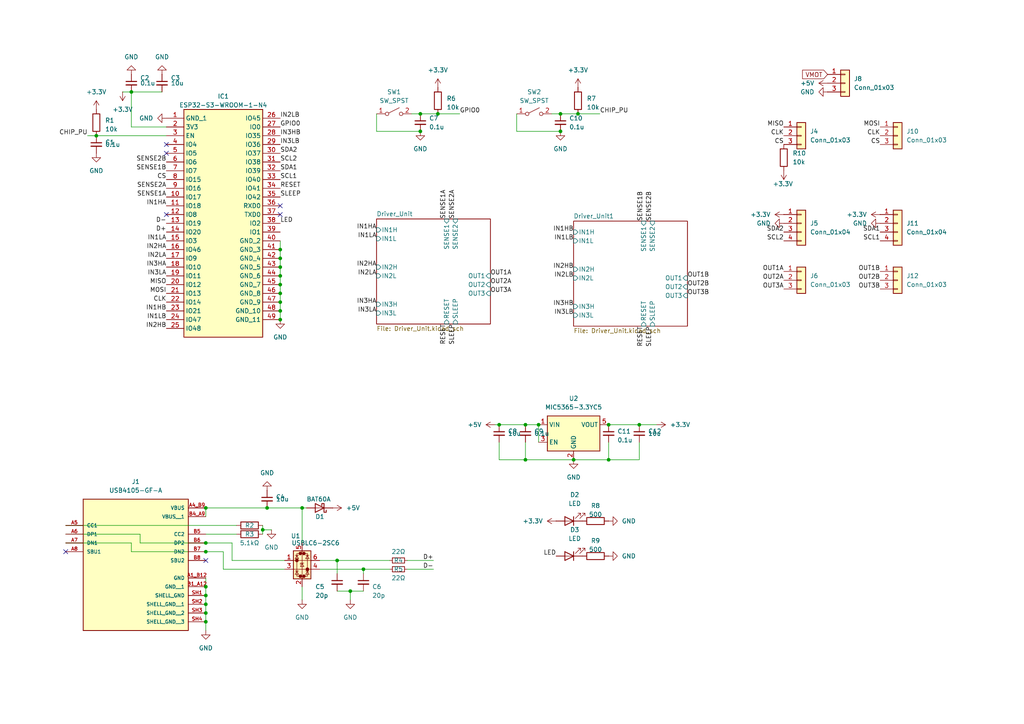
<source format=kicad_sch>
(kicad_sch (version 20250114) (generator "eeschema") (generator_version "9.0")
  (paper "A4")
  (lib_symbols
    (symbol "+3.3V_1" (power) (pin_numbers (hide yes)) (pin_names (offset 0) (hide yes))
      (property "Value" "+3.3V" (at 0 3.556 0))
      (symbol "+3.3V_1_0_1"
        (polyline (pts (xy -0.762 1.27) (xy 0 2.54)))
        (polyline (pts (xy 0 2.54) (xy 0.762 1.27)))
        (polyline (pts (xy 0 0) (xy 0 2.54)))
      )
      (symbol "+3.3V_1_1_1"
        (pin power_in line (at 0 0 90) (length 0) (name "~") (number "1"))
      )
    )
    (symbol "Connector_Generic:Conn_01x03" (pin_names (offset 1.016) (hide yes))
      (property "Reference" "J" (at 0 5.08 0))
      (property "Value" "Conn_01x03" (at 0 -5.08 0))
      (symbol "Conn_01x03_1_1"
        (rectangle (start -1.27 3.81) (end 1.27 -3.81) (stroke (width 0.254)) (fill (type background)))
        (rectangle (start -1.27 2.667) (end 0 2.413) (stroke (width 0.1524)))
        (rectangle (start -1.27 0.127) (end 0 -0.127) (stroke (width 0.1524)))
        (rectangle (start -1.27 -2.413) (end 0 -2.667) (stroke (width 0.1524)))
        (pin passive line (at -5.08 2.54 0) (length 3.81) (name "Pin_1") (number "1"))
        (pin passive line (at -5.08 0 0) (length 3.81) (name "Pin_2") (number "2"))
        (pin passive line (at -5.08 -2.54 0) (length 3.81) (name "Pin_3") (number "3"))
      )
    )
    (symbol "Connector_Generic:Conn_01x04" (pin_names (offset 1.016) (hide yes))
      (property "Reference" "J" (at 0 5.08 0))
      (property "Value" "Conn_01x04" (at 0 -7.62 0))
      (symbol "Conn_01x04_1_1"
        (rectangle (start -1.27 3.81) (end 1.27 -6.35) (stroke (width 0.254)) (fill (type background)))
        (rectangle (start -1.27 2.667) (end 0 2.413) (stroke (width 0.1524)))
        (rectangle (start -1.27 0.127) (end 0 -0.127) (stroke (width 0.1524)))
        (rectangle (start -1.27 -2.413) (end 0 -2.667) (stroke (width 0.1524)))
        (rectangle (start -1.27 -4.953) (end 0 -5.207) (stroke (width 0.1524)))
        (pin passive line (at -5.08 2.54 0) (length 3.81) (name "Pin_1") (number "1"))
        (pin passive line (at -5.08 0 0) (length 3.81) (name "Pin_2") (number "2"))
        (pin passive line (at -5.08 -2.54 0) (length 3.81) (name "Pin_3") (number "3"))
        (pin passive line (at -5.08 -5.08 0) (length 3.81) (name "Pin_4") (number "4"))
      )
    )
    (symbol "Device:C_Small" (pin_numbers (hide yes)) (pin_names (offset 0.254) (hide yes))
      (property "Reference" "C" (at 0.254 1.778 0))
      (property "Value" "C_Small" (at 0.254 -2.032 0))
      (symbol "C_Small_0_1"
        (polyline (pts (xy -1.524 0.508) (xy 1.524 0.508)) (stroke (width 0.3048)))
        (polyline (pts (xy -1.524 -0.508) (xy 1.524 -0.508)) (stroke (width 0.3302)))
      )
      (symbol "C_Small_1_1"
        (pin passive line (at 0 2.54 270) (length 2.032) (name "~") (number "1"))
        (pin passive line (at 0 -2.54 90) (length 2.032) (name "~") (number "2"))
      )
    )
    (symbol "Device:LED" (pin_numbers (hide yes)) (pin_names (offset 1.016) (hide yes))
      (property "Reference" "D" (at 0 2.54 0))
      (property "Value" "LED" (at 0 -2.54 0))
      (symbol "LED_0_1"
        (polyline (pts (xy -3.048 -0.762) (xy -4.572 -2.286) (xy -3.81 -2.286) (xy -4.572 -2.286) (xy -4.572 -1.524)))
        (polyline (pts (xy -1.778 -0.762) (xy -3.302 -2.286) (xy -2.54 -2.286) (xy -3.302 -2.286) (xy -3.302 -1.524)))
        (polyline (pts (xy -1.27 0) (xy 1.27 0)))
        (polyline (pts (xy -1.27 -1.27) (xy -1.27 1.27)) (stroke (width 0.254)))
        (polyline (pts (xy 1.27 -1.27) (xy 1.27 1.27) (xy -1.27 0) (xy 1.27 -1.27)) (stroke (width 0.254)))
      )
      (symbol "LED_1_1"
        (pin passive line (at -3.81 0 0) (length 2.54) (name "K") (number "1"))
        (pin passive line (at 3.81 0 180) (length 2.54) (name "A") (number "2"))
      )
    )
    (symbol "Device:R" (pin_numbers (hide yes)) (pin_names (offset 0))
      (property "Reference" "R" (at 2.032 0 90))
      (property "Value" "R" (at 0 0 90))
      (symbol "R_0_1"
        (rectangle (start -1.016 -2.54) (end 1.016 2.54) (stroke (width 0.254)))
      )
      (symbol "R_1_1"
        (pin passive line (at 0 3.81 270) (length 1.27) (name "~") (number "1"))
        (pin passive line (at 0 -3.81 90) (length 1.27) (name "~") (number "2"))
      )
    )
    (symbol "Device:R_Small" (pin_numbers (hide yes)) (pin_names (offset 0.254) (hide yes))
      (property "Reference" "R" (at 0 0 90))
      (property "Value" "R_Small" (at 1.778 0 90))
      (symbol "R_Small_0_1"
        (rectangle (start -0.762 1.778) (end 0.762 -1.778) (stroke (width 0.2032)))
      )
      (symbol "R_Small_1_1"
        (pin passive line (at 0 2.54 270) (length 0.762) (name "~") (number "1"))
        (pin passive line (at 0 -2.54 90) (length 0.762) (name "~") (number "2"))
      )
    )
    (symbol "Diode:BAT60A" (pin_numbers (hide yes)) (pin_names (offset 1.016) (hide yes))
      (property "Reference" "D" (at 0 2.54 0))
      (property "Value" "BAT60A" (at 0 -2.54 0))
      (symbol "BAT60A_0_1"
        (polyline (pts (xy -1.905 0.635) (xy -1.905 1.27) (xy -1.27 1.27) (xy -1.27 -1.27) (xy -0.635 -1.27) (xy -0.635 -0.635)) (stroke (width 0.254)))
        (polyline (pts (xy 1.27 1.27) (xy 1.27 -1.27) (xy -1.27 0) (xy 1.27 1.27)) (stroke (width 0.254)))
        (polyline (pts (xy 1.27 0) (xy -1.27 0)))
      )
      (symbol "BAT60A_1_1"
        (pin passive line (at -3.81 0 0) (length 2.54) (name "K") (number "1"))
        (pin passive line (at 3.81 0 180) (length 2.54) (name "A") (number "2"))
      )
    )
    (symbol "ESP32-S3-WROOM-1-N4:ESP32-S3-WROOM-1-N4"
      (property "Reference" "IC" (at 29.21 7.62 0))
      (property "Value" "ESP32-S3-WROOM-1-N4" (at 29.21 5.08 0))
      (symbol "ESP32-S3-WROOM-1-N4_1_1"
        (rectangle (start 5.08 2.54) (end 27.94 -63.5) (stroke (width 0.254)) (fill (type background)))
        (pin passive line (at 0 0 0) (length 5.08) (name "GND_1") (number "1"))
        (pin passive line (at 0 -2.54 0) (length 5.08) (name "3V3") (number "2"))
        (pin passive line (at 0 -5.08 0) (length 5.08) (name "EN") (number "3"))
        (pin passive line (at 0 -7.62 0) (length 5.08) (name "IO4") (number "4"))
        (pin passive line (at 0 -10.16 0) (length 5.08) (name "IO5") (number "5"))
        (pin passive line (at 0 -12.7 0) (length 5.08) (name "IO6") (number "6"))
        (pin passive line (at 0 -15.24 0) (length 5.08) (name "IO7") (number "7"))
        (pin passive line (at 0 -17.78 0) (length 5.08) (name "IO15") (number "8"))
        (pin passive line (at 0 -20.32 0) (length 5.08) (name "IO16") (number "9"))
        (pin passive line (at 0 -22.86 0) (length 5.08) (name "IO17") (number "10"))
        (pin passive line (at 0 -25.4 0) (length 5.08) (name "IO18") (number "11"))
        (pin passive line (at 0 -27.94 0) (length 5.08) (name "IO8") (number "12"))
        (pin passive line (at 0 -30.48 0) (length 5.08) (name "IO19") (number "13"))
        (pin passive line (at 0 -33.02 0) (length 5.08) (name "IO20") (number "14"))
        (pin passive line (at 0 -35.56 0) (length 5.08) (name "IO3") (number "15"))
        (pin passive line (at 0 -38.1 0) (length 5.08) (name "IO46") (number "16"))
        (pin passive line (at 0 -40.64 0) (length 5.08) (name "IO9") (number "17"))
        (pin passive line (at 0 -43.18 0) (length 5.08) (name "IO10") (number "18"))
        (pin passive line (at 0 -45.72 0) (length 5.08) (name "IO11") (number "19"))
        (pin passive line (at 0 -48.26 0) (length 5.08) (name "IO12") (number "20"))
        (pin passive line (at 0 -50.8 0) (length 5.08) (name "IO13") (number "21"))
        (pin passive line (at 0 -53.34 0) (length 5.08) (name "IO14") (number "22"))
        (pin passive line (at 0 -55.88 0) (length 5.08) (name "IO21") (number "23"))
        (pin passive line (at 0 -58.42 0) (length 5.08) (name "IO47") (number "24"))
        (pin passive line (at 0 -60.96 0) (length 5.08) (name "IO48") (number "25"))
        (pin passive line (at 33.02 0 180) (length 5.08) (name "IO45") (number "26"))
        (pin passive line (at 33.02 -2.54 180) (length 5.08) (name "IO0") (number "27"))
        (pin passive line (at 33.02 -5.08 180) (length 5.08) (name "IO35") (number "28"))
        (pin passive line (at 33.02 -7.62 180) (length 5.08) (name "IO36") (number "29"))
        (pin passive line (at 33.02 -10.16 180) (length 5.08) (name "IO37") (number "30"))
        (pin passive line (at 33.02 -12.7 180) (length 5.08) (name "IO38") (number "31"))
        (pin passive line (at 33.02 -15.24 180) (length 5.08) (name "IO39") (number "32"))
        (pin passive line (at 33.02 -17.78 180) (length 5.08) (name "IO40") (number "33"))
        (pin passive line (at 33.02 -20.32 180) (length 5.08) (name "IO41") (number "34"))
        (pin passive line (at 33.02 -22.86 180) (length 5.08) (name "IO42") (number "35"))
        (pin passive line (at 33.02 -25.4 180) (length 5.08) (name "RXD0") (number "36"))
        (pin passive line (at 33.02 -27.94 180) (length 5.08) (name "TXD0") (number "37"))
        (pin passive line (at 33.02 -30.48 180) (length 5.08) (name "IO2") (number "38"))
        (pin passive line (at 33.02 -33.02 180) (length 5.08) (name "IO1") (number "39"))
        (pin passive line (at 33.02 -35.56 180) (length 5.08) (name "GND_2") (number "40"))
        (pin passive line (at 33.02 -38.1 180) (length 5.08) (name "GND_3") (number "41"))
        (pin passive line (at 33.02 -40.64 180) (length 5.08) (name "GND_4") (number "42"))
        (pin passive line (at 33.02 -43.18 180) (length 5.08) (name "GND_5") (number "43"))
        (pin passive line (at 33.02 -45.72 180) (length 5.08) (name "GND_6") (number "44"))
        (pin passive line (at 33.02 -48.26 180) (length 5.08) (name "GND_7") (number "45"))
        (pin passive line (at 33.02 -50.8 180) (length 5.08) (name "GND_8") (number "46"))
        (pin passive line (at 33.02 -53.34 180) (length 5.08) (name "GND_9") (number "47"))
        (pin passive line (at 33.02 -55.88 180) (length 5.08) (name "GND_10") (number "48"))
        (pin passive line (at 33.02 -58.42 180) (length 5.08) (name "GND_11") (number "49"))
      )
    )
    (symbol "GND_1" (power) (pin_numbers (hide yes)) (pin_names (offset 0) (hide yes))
      (property "Value" "GND" (at 0 -3.81 0))
      (symbol "GND_1_0_1"
        (polyline (pts (xy 0 0) (xy 0 -1.27) (xy 1.27 -1.27) (xy 0 -2.54) (xy -1.27 -1.27) (xy 0 -1.27)))
      )
      (symbol "GND_1_1_1"
        (pin power_in line (at 0 0 270) (length 0) (name "~") (number "1"))
      )
    )
    (symbol "GND_2" (power) (pin_numbers (hide yes)) (pin_names (offset 0) (hide yes))
      (property "Value" "GND" (at 0 -3.81 0))
      (symbol "GND_2_0_1"
        (polyline (pts (xy 0 0) (xy 0 -1.27) (xy 1.27 -1.27) (xy 0 -2.54) (xy -1.27 -1.27) (xy 0 -1.27)))
      )
      (symbol "GND_2_1_1"
        (pin power_in line (at 0 0 270) (length 0) (name "~") (number "1"))
      )
    )
    (symbol "GND_3" (power) (pin_numbers (hide yes)) (pin_names (offset 0) (hide yes))
      (property "Value" "GND" (at 0 -3.81 0))
      (symbol "GND_3_0_1"
        (polyline (pts (xy 0 0) (xy 0 -1.27) (xy 1.27 -1.27) (xy 0 -2.54) (xy -1.27 -1.27) (xy 0 -1.27)))
      )
      (symbol "GND_3_1_1"
        (pin power_in line (at 0 0 270) (length 0) (name "~") (number "1"))
      )
    )
    (symbol "GND_4" (power) (pin_numbers (hide yes)) (pin_names (offset 0) (hide yes))
      (property "Value" "GND" (at 0 -3.81 0))
      (symbol "GND_4_0_1"
        (polyline (pts (xy 0 0) (xy 0 -1.27) (xy 1.27 -1.27) (xy 0 -2.54) (xy -1.27 -1.27) (xy 0 -1.27)))
      )
      (symbol "GND_4_1_1"
        (pin power_in line (at 0 0 270) (length 0) (name "~") (number "1"))
      )
    )
    (symbol "MIC5365-3.3YC5_1"
      (property "Reference" "U" (at -6.35 6.35 0))
      (property "Value" "MIC5365-3.3YC5" (at 0 6.35 0))
      (symbol "MIC5365-3.3YC5_1_0_1"
        (rectangle (start -7.62 -5.08) (end 7.62 5.08) (stroke (width 0.254)) (fill (type background)))
      )
      (symbol "MIC5365-3.3YC5_1_1_1"
        (pin power_in line (at -10.16 2.54 0) (length 2.54) (name "VIN") (number "1"))
        (pin input line (at -10.16 -2.54 0) (length 2.54) (name "EN") (number "3"))
        (pin power_in line (at 0 -7.62 90) (length 2.54) (name "GND") (number "2"))
        (pin no_connect line (at 7.62 -2.54 180) (length 2.54) (hide yes) (name "NC") (number "4"))
        (pin power_out line (at 10.16 2.54 180) (length 2.54) (name "VOUT") (number "5"))
      )
    )
    (symbol "Power_Protection:USBLC6-2SC6" (pin_names (hide yes))
      (property "Reference" "U" (at 0.635 5.715 0))
      (property "Value" "USBLC6-2SC6" (at 0.635 3.81 0))
      (symbol "USBLC6-2SC6_0_0"
        (circle (center -1.524 0) (radius 0.0001) (stroke (width 0.508)))
        (circle (center -0.508 2.032) (radius 0.0001) (stroke (width 0.508)))
        (circle (center -0.508 -4.572) (radius 0.0001) (stroke (width 0.508)))
        (circle (center 0.508 2.032) (radius 0.0001) (stroke (width 0.508)))
        (circle (center 0.508 -4.572) (radius 0.0001) (stroke (width 0.508)))
        (circle (center 1.524 -2.54) (radius 0.0001) (stroke (width 0.508)))
      )
      (symbol "USBLC6-2SC6_0_1"
        (polyline (pts (xy -2.54 0) (xy 2.54 0)))
        (polyline (pts (xy -2.54 -2.54) (xy 2.54 -2.54)))
        (polyline (pts (xy -2.032 0.508) (xy -1.016 0.508) (xy -1.524 1.524) (xy -2.032 0.508)))
        (polyline (pts (xy -2.032 -3.048) (xy -1.016 -3.048)))
        (polyline (pts (xy -1.016 1.524) (xy -2.032 1.524)))
        (polyline (pts (xy -1.016 -4.064) (xy -2.032 -4.064) (xy -1.524 -3.048) (xy -1.016 -4.064)))
        (polyline (pts (xy -0.508 -1.143) (xy -0.508 -0.762) (xy 0.508 -0.762)))
        (polyline (pts (xy 0 2.54) (xy -0.508 2.032) (xy 0.508 2.032) (xy 0 1.524) (xy 0 -4.064) (xy -0.508 -4.572) (xy 0.508 -4.572) (xy 0 -5.08)))
        (polyline (pts (xy 0.508 -1.778) (xy -0.508 -1.778) (xy 0 -0.762) (xy 0.508 -1.778)))
        (polyline (pts (xy 1.016 1.524) (xy 2.032 1.524)))
        (polyline (pts (xy 1.016 -3.048) (xy 2.032 -3.048)))
        (polyline (pts (xy 2.032 0.508) (xy 1.016 0.508) (xy 1.524 1.524) (xy 2.032 0.508)))
        (polyline (pts (xy 2.032 -4.064) (xy 1.016 -4.064) (xy 1.524 -3.048) (xy 2.032 -4.064)))
      )
      (symbol "USBLC6-2SC6_1_1"
        (rectangle (start -2.54 2.794) (end 2.54 -5.334) (stroke (width 0.254)) (fill (type background)))
        (polyline (pts (xy -0.508 2.032) (xy -1.524 2.032) (xy -1.524 -4.572) (xy -0.508 -4.572)))
        (polyline (pts (xy 0.508 -4.572) (xy 1.524 -4.572) (xy 1.524 2.032) (xy 0.508 2.032)))
        (pin passive line (at -5.08 0 0) (length 2.54) (name "I/O1") (number "1"))
        (pin passive line (at -5.08 -2.54 0) (length 2.54) (name "I/O2") (number "3"))
        (pin passive line (at 0 5.08 270) (length 2.54) (name "VBUS") (number "5"))
        (pin passive line (at 0 -7.62 90) (length 2.54) (name "GND") (number "2"))
        (pin passive line (at 5.08 0 180) (length 2.54) (name "I/O1") (number "6"))
        (pin passive line (at 5.08 -2.54 180) (length 2.54) (name "I/O2") (number "4"))
      )
    )
    (symbol "Switch:SW_SPST" (pin_names (offset 0) (hide yes))
      (property "Reference" "SW" (at 0 3.175 0))
      (property "Value" "SW_SPST" (at 0 -2.54 0))
      (symbol "SW_SPST_0_0"
        (circle (center -2.032 0) (radius 0.508))
        (polyline (pts (xy -1.524 0.254) (xy 1.524 1.778)))
        (circle (center 2.032 0) (radius 0.508))
      )
      (symbol "SW_SPST_1_1"
        (pin passive line (at -5.08 0 0) (length 2.54) (name "A") (number "1"))
        (pin passive line (at 5.08 0 180) (length 2.54) (name "B") (number "2"))
      )
    )
    (symbol "USB4105-GF-A:USB4105-GF-A" (pin_names (offset 1.016))
      (property "Reference" "J" (at -15.24 13.97 0))
      (property "Value" "USB4105-GF-A" (at -15.24 -27.94 0))
      (symbol "USB4105-GF-A_0_0"
        (rectangle (start -15.24 -25.4) (end 15.24 12.7) (stroke (width 0.254)) (fill (type background)))
        (pin bidirectional line (at -20.32 5.08 0) (length 5.08) (name "CC1") (number "A5"))
        (pin bidirectional line (at -20.32 2.54 0) (length 5.08) (name "DP1") (number "A6"))
        (pin bidirectional line (at -20.32 0 0) (length 5.08) (name "DN1") (number "A7"))
        (pin bidirectional line (at -20.32 -2.54 0) (length 5.08) (name "SBU1") (number "A8"))
        (pin power_in line (at 20.32 10.16 180) (length 5.08) (name "VBUS") (number "A4_B9"))
        (pin power_in line (at 20.32 7.62 180) (length 5.08) (name "VBUS__1") (number "B4_A9"))
        (pin bidirectional line (at 20.32 2.54 180) (length 5.08) (name "CC2") (number "B5"))
        (pin bidirectional line (at 20.32 0 180) (length 5.08) (name "DP2") (number "B6"))
        (pin bidirectional line (at 20.32 -2.54 180) (length 5.08) (name "DN2") (number "B7"))
        (pin bidirectional line (at 20.32 -5.08 180) (length 5.08) (name "SBU2") (number "B8"))
        (pin power_in line (at 20.32 -10.16 180) (length 5.08) (name "GND") (number "A1_B12"))
        (pin power_in line (at 20.32 -12.7 180) (length 5.08) (name "GND__1") (number "B1_A12"))
        (pin power_in line (at 20.32 -15.24 180) (length 5.08) (name "SHELL_GND") (number "SH1"))
        (pin power_in line (at 20.32 -17.78 180) (length 5.08) (name "SHELL_GND__1") (number "SH2"))
        (pin power_in line (at 20.32 -20.32 180) (length 5.08) (name "SHELL_GND__2") (number "SH3"))
        (pin power_in line (at 20.32 -22.86 180) (length 5.08) (name "SHELL_GND__3") (number "SH4"))
      )
    )
    (symbol "power:+3.3V" (power) (pin_numbers (hide yes)) (pin_names (offset 0) (hide yes))
      (property "Value" "+3.3V" (at 0 3.556 0))
      (symbol "+3.3V_0_1"
        (polyline (pts (xy -0.762 1.27) (xy 0 2.54)))
        (polyline (pts (xy 0 2.54) (xy 0.762 1.27)))
        (polyline (pts (xy 0 0) (xy 0 2.54)))
      )
      (symbol "+3.3V_1_1"
        (pin power_in line (at 0 0 90) (length 0) (name "~") (number "1"))
      )
    )
    (symbol "power:+5V" (power) (pin_numbers (hide yes)) (pin_names (offset 0) (hide yes))
      (property "Value" "+5V" (at 0 3.556 0))
      (symbol "+5V_0_1"
        (polyline (pts (xy -0.762 1.27) (xy 0 2.54)))
        (polyline (pts (xy 0 2.54) (xy 0.762 1.27)))
        (polyline (pts (xy 0 0) (xy 0 2.54)))
      )
      (symbol "+5V_1_1"
        (pin power_in line (at 0 0 90) (length 0) (name "~") (number "1"))
      )
    )
    (symbol "power:GND" (power) (pin_numbers (hide yes)) (pin_names (offset 0) (hide yes))
      (property "Value" "GND" (at 0 -3.81 0))
      (symbol "GND_0_1"
        (polyline (pts (xy 0 0) (xy 0 -1.27) (xy 1.27 -1.27) (xy 0 -2.54) (xy -1.27 -1.27) (xy 0 -1.27)))
      )
      (symbol "GND_1_1"
        (pin power_in line (at 0 0 270) (length 0) (name "~") (number "1"))
      )
    )
  )
  (junction (at 152.4 123.19))
  (junction (at 176.53 123.19))
  (junction (at 127 33.02))
  (junction (at 59.69 177.8))
  (junction (at 27.94 39.37))
  (junction (at 87.63 147.32))
  (junction (at 105.41 165.1))
  (junction (at 77.47 147.32))
  (junction (at 76.2 153.67))
  (junction (at 59.69 180.34))
  (junction (at 97.79 162.56))
  (junction (at 38.1 26.67))
  (junction (at 81.28 82.55))
  (junction (at 59.69 147.32))
  (junction (at 185.42 123.19))
  (junction (at 121.92 38.1))
  (junction (at 81.28 87.63))
  (junction (at 81.28 80.01))
  (junction (at 81.28 74.93))
  (junction (at 81.28 90.17))
  (junction (at 152.4 133.35))
  (junction (at 59.69 157.48))
  (junction (at 156.21 123.19))
  (junction (at 59.69 170.18))
  (junction (at 81.28 72.39))
  (junction (at 59.69 175.26))
  (junction (at 101.6 171.45))
  (junction (at 59.69 172.72))
  (junction (at 166.37 133.35))
  (junction (at 176.53 133.35))
  (junction (at 121.92 33.02))
  (junction (at 59.69 160.02))
  (junction (at 162.56 33.02))
  (junction (at 144.78 123.19))
  (junction (at 81.28 85.09))
  (junction (at 167.64 33.02))
  (junction (at 162.56 38.1))
  (junction (at 81.28 77.47))
  (junction (at 81.28 92.71))
  (no_connect (at 19.05 160.02))
  (no_connect (at 59.69 162.56))
  (no_connect (at 81.28 59.69))
  (no_connect (at 48.26 62.23))
  (no_connect (at 81.28 62.23))
  (no_connect (at 48.26 41.91))
  (no_connect (at 48.26 44.45))
  (wire (pts (xy 19.05 152.4) (xy 68.58 152.4)))
  (wire (pts (xy 119.38 33.02) (xy 121.92 33.02)))
  (wire (pts (xy 81.28 90.17) (xy 81.28 92.71)))
  (wire (pts (xy 81.28 77.47) (xy 81.28 80.01)))
  (wire (pts (xy 109.22 38.1) (xy 121.92 38.1)))
  (wire (pts (xy 40.64 154.94) (xy 40.64 157.48)))
  (wire (pts (xy 81.28 85.09) (xy 81.28 87.63)))
  (wire (pts (xy 77.47 147.32) (xy 87.63 147.32)))
  (wire (pts (xy 152.4 128.27) (xy 152.4 133.35)))
  (wire (pts (xy 105.41 165.1) (xy 113.03 165.1)))
  (wire (pts (xy 76.2 153.67) (xy 78.74 153.67)))
  (wire (pts (xy 59.69 147.32) (xy 77.47 147.32)))
  (wire (pts (xy 27.94 39.37) (xy 48.26 39.37)))
  (wire (pts (xy 92.71 162.56) (xy 97.79 162.56)))
  (wire (pts (xy 19.05 157.48) (xy 38.1 157.48)))
  (wire (pts (xy 97.79 162.56) (xy 113.03 162.56)))
  (wire (pts (xy 149.86 33.02) (xy 149.86 38.1)))
  (wire (pts (xy 81.28 80.01) (xy 81.28 82.55)))
  (wire (pts (xy 67.31 162.56) (xy 82.55 162.56)))
  (wire (pts (xy 87.63 147.32) (xy 87.63 157.48)))
  (wire (pts (xy 97.79 162.56) (xy 97.79 166.37)))
  (wire (pts (xy 176.53 123.19) (xy 185.42 123.19)))
  (wire (pts (xy 144.78 128.27) (xy 144.78 133.35)))
  (wire (pts (xy 144.78 133.35) (xy 152.4 133.35)))
  (wire (pts (xy 87.63 173.99) (xy 87.63 170.18)))
  (wire (pts (xy 185.42 123.19) (xy 190.5 123.19)))
  (wire (pts (xy 59.69 157.48) (xy 67.31 157.48)))
  (wire (pts (xy 81.28 82.55) (xy 81.28 85.09)))
  (wire (pts (xy 67.31 162.56) (xy 67.31 157.48)))
  (wire (pts (xy 162.56 33.02) (xy 167.64 33.02)))
  (wire (pts (xy 59.69 154.94) (xy 68.58 154.94)))
  (wire (pts (xy 76.2 153.67) (xy 76.2 154.94)))
  (wire (pts (xy 152.4 133.35) (xy 166.37 133.35)))
  (wire (pts (xy 105.41 165.1) (xy 105.41 166.37)))
  (wire (pts (xy 59.69 177.8) (xy 59.69 180.34)))
  (wire (pts (xy 25.4 39.37) (xy 27.94 39.37)))
  (wire (pts (xy 59.69 180.34) (xy 59.69 182.88)))
  (wire (pts (xy 87.63 147.32) (xy 88.9 147.32)))
  (wire (pts (xy 59.69 160.02) (xy 64.77 160.02)))
  (wire (pts (xy 149.86 38.1) (xy 162.56 38.1)))
  (wire (pts (xy 144.78 123.19) (xy 152.4 123.19)))
  (wire (pts (xy 59.69 175.26) (xy 59.69 177.8)))
  (wire (pts (xy 59.69 167.64) (xy 59.69 170.18)))
  (wire (pts (xy 35.56 26.67) (xy 38.1 26.67)))
  (wire (pts (xy 40.64 157.48) (xy 59.69 157.48)))
  (wire (pts (xy 38.1 160.02) (xy 59.69 160.02)))
  (wire (pts (xy 76.2 152.4) (xy 76.2 153.67)))
  (wire (pts (xy 38.1 36.83) (xy 48.26 36.83)))
  (wire (pts (xy 38.1 26.67) (xy 46.99 26.67)))
  (wire (pts (xy 64.77 165.1) (xy 82.55 165.1)))
  (wire (pts (xy 38.1 157.48) (xy 38.1 160.02)))
  (wire (pts (xy 19.05 154.94) (xy 40.64 154.94)))
  (wire (pts (xy 81.28 69.85) (xy 81.28 72.39)))
  (wire (pts (xy 81.28 74.93) (xy 81.28 77.47)))
  (wire (pts (xy 166.37 133.35) (xy 176.53 133.35)))
  (wire (pts (xy 64.77 165.1) (xy 64.77 160.02)))
  (wire (pts (xy 59.69 172.72) (xy 59.69 175.26)))
  (wire (pts (xy 92.71 165.1) (xy 105.41 165.1)))
  (wire (pts (xy 121.92 33.02) (xy 127 33.02)))
  (wire (pts (xy 143.51 123.19) (xy 144.78 123.19)))
  (wire (pts (xy 97.79 171.45) (xy 101.6 171.45)))
  (wire (pts (xy 59.69 170.18) (xy 59.69 172.72)))
  (wire (pts (xy 176.53 128.27) (xy 176.53 133.35)))
  (wire (pts (xy 118.11 165.1) (xy 125.73 165.1)))
  (wire (pts (xy 185.42 128.27) (xy 185.42 133.35)))
  (wire (pts (xy 118.11 162.56) (xy 125.73 162.56)))
  (wire (pts (xy 81.28 72.39) (xy 81.28 74.93)))
  (wire (pts (xy 152.4 123.19) (xy 156.21 123.19)))
  (wire (pts (xy 101.6 171.45) (xy 105.41 171.45)))
  (wire (pts (xy 101.6 171.45) (xy 101.6 173.99)))
  (wire (pts (xy 160.02 33.02) (xy 162.56 33.02)))
  (wire (pts (xy 176.53 133.35) (xy 185.42 133.35)))
  (wire (pts (xy 127 33.02) (xy 133.35 33.02)))
  (wire (pts (xy 38.1 26.67) (xy 38.1 36.83)))
  (wire (pts (xy 167.64 33.02) (xy 173.99 33.02)))
  (wire (pts (xy 59.69 147.32) (xy 59.69 149.86)))
  (wire (pts (xy 109.22 33.02) (xy 109.22 38.1)))
  (wire (pts (xy 156.21 123.19) (xy 156.21 128.27)))
  (wire (pts (xy 81.28 87.63) (xy 81.28 90.17)))
  (label "CS" (at 48.26 52.07 180))
  (label "CHIP_PU" (at 25.4 39.37 180))
  (label "SDA2" (at 81.28 44.45 0))
  (label "CS" (at 255.27 41.91 180))
  (label "D+" (at 125.73 162.56 180))
  (label "CS" (at 227.33 41.91 180))
  (label "IN1HB" (at 166.37 67.31 180))
  (label "D-" (at 48.26 64.77 180))
  (label "OUT1B" (at 255.27 78.74 180))
  (label "SENSE1A" (at 48.26 57.15 180))
  (label "OUT2A" (at 227.33 81.28 180))
  (label "SCL2" (at 81.28 46.99 0))
  (label "IN3HB" (at 166.37 88.9 180))
  (label "SENSE1B" (at 48.26 49.53 180))
  (label "SDA1" (at 255.27 67.31 180))
  (label "CLK" (at 48.26 87.63 180))
  (label "IN2LB" (at 166.37 80.645 180))
  (label "IN1LB" (at 166.37 69.85 180))
  (label "LED" (at 81.28 64.77 0))
  (label "SCL2" (at 227.33 69.85 180))
  (label "IN3HA" (at 48.26 77.47 180))
  (label "IN1HA" (at 109.22 66.675 180))
  (label "D+" (at 48.26 67.31 180))
  (label "IN2HA" (at 48.26 72.39 180))
  (label "GPIO0" (at 133.35 33.02 0))
  (label "IN2LB" (at 81.28 34.29 0))
  (label "IN3HA" (at 109.22 88.265 180))
  (label "IN2HA" (at 109.22 77.47 180))
  (label "LED" (at 161.29 161.29 180))
  (label "OUT3B" (at 199.39 85.725 0))
  (label "MOSI" (at 255.27 36.83 180))
  (label "IN1LA" (at 109.22 69.215 180))
  (label "CLK" (at 255.27 39.37 180))
  (label "CLK" (at 227.33 39.37 180))
  (label "SDA1" (at 81.28 49.53 0))
  (label "OUT1B" (at 199.39 80.645 0))
  (label "D-" (at 125.73 165.1 180))
  (label "IN2HB" (at 48.26 95.25 180))
  (label "IN1LB" (at 48.26 92.71 180))
  (label "SENSE2A" (at 48.26 54.61 180))
  (label "SENSE1A" (at 129.54 63.5 90))
  (label "OUT3A" (at 227.33 83.82 180))
  (label "IN1HB" (at 48.26 90.17 180))
  (label "SDA2" (at 227.33 67.31 180))
  (label "IN3LA" (at 48.26 80.01 180))
  (label "RESET" (at 81.28 54.61 0))
  (label "SCL1" (at 81.28 52.07 0))
  (label "RESET" (at 186.69 94.615 270))
  (label "IN2LA" (at 48.26 74.93 180))
  (label "OUT2B" (at 255.27 81.28 180))
  (label "SENSE2A" (at 132.08 63.5 90))
  (label "MOSI" (at 48.26 85.09 180))
  (label "SENSE2B" (at 48.26 46.99 180))
  (label "OUT2B" (at 199.39 83.185 0))
  (label "OUT2A" (at 142.24 82.55 0))
  (label "IN1HA" (at 48.26 59.69 180))
  (label "OUT3A" (at 142.24 85.09 0))
  (label "IN3LB" (at 81.28 41.91 0))
  (label "MISO" (at 227.33 36.83 180))
  (label "SLEEP" (at 189.23 94.615 270))
  (label "SENSE2B" (at 189.23 64.135 90))
  (label "SLEEP" (at 132.08 93.98 270))
  (label "OUT1A" (at 142.24 80.01 0))
  (label "OUT1A" (at 227.33 78.74 180))
  (label "SCL1" (at 255.27 69.85 180))
  (label "SLEEP" (at 81.28 57.15 0))
  (label "IN1LA" (at 48.26 69.85 180))
  (label "SENSE1B" (at 186.69 64.135 90))
  (label "MISO" (at 48.26 82.55 180))
  (label "IN2HB" (at 166.37 78.105 180))
  (label "IN3LB" (at 166.37 91.44 180))
  (label "OUT3B" (at 255.27 83.82 180))
  (label "CHIP_PU" (at 173.99 33.02 0))
  (label "IN2LA" (at 109.22 80.01 180))
  (label "RESET" (at 129.54 93.98 270))
  (label "GPIO0" (at 81.28 36.83 0))
  (label "IN3LA" (at 109.22 90.805 180))
  (label "IN3HB" (at 81.28 39.37 0))
  (global_label "VMOT" (shape input) (at 240.03 21.59 180) (property "Intersheetrefs" "${INTERSHEET_REFS}" (effects (hide yes))))
  (symbol (lib_id "Device:R") (at 172.72 151.13 90) (unit 1)
    (property "Reference" "R8" (at 172.72 146.685 90))
    (property "Value" "500" (at 172.72 149.225 90))
    (property "Footprint" "Resistor_SMD:R_0402_1005Metric" (effects (hide yes)))
  )
  (symbol (lib_id "power:+3.3V") (at 227.33 62.23 90) (unit 1)
    (property "Reference" "#PWR029" (effects (hide yes)))
    (property "Value" "+3.3V" (at 223.52 62.2299 90) (effects (justify left)))
    (property "Description" "Power symbol creates a global label with name \"+3.3V\"" (effects (hide yes)))
  )
  (symbol (lib_id "Device:R") (at 227.33 45.72 0) (unit 1)
    (property "Reference" "R10" (at 229.87 44.4499 0) (effects (justify left)))
    (property "Value" "10k" (at 229.87 46.9899 0) (effects (justify left)))
    (property "Footprint" "Resistor_SMD:R_0402_1005Metric" (effects (hide yes)))
    (property "Description" "Resistor" (effects (hide yes)))
  )
  (symbol (lib_id "Device:C_Small") (at 46.99 24.13 0) (unit 1)
    (property "Reference" "C3" (at 49.53 22.606 0) (effects (justify left)))
    (property "Value" "10u" (at 49.53 24.13 0) (effects (justify left)))
    (property "Footprint" "Capacitor_SMD:C_0805_2012Metric" (effects (hide yes)))
  )
  (symbol (lib_id "power:+5V") (at 240.03 24.13 90) (unit 1)
    (property "Reference" "#PWR031" (effects (hide yes)))
    (property "Value" "+5V" (at 236.22 24.1299 90) (effects (justify left)))
    (property "Description" "Power symbol creates a global label with name \"+5V\"" (effects (hide yes)))
  )
  (symbol (lib_id "Device:C_Small") (at 77.47 144.78 0) (unit 1)
    (property "Reference" "C4" (at 80.01 144.1513 0) (effects (justify left)))
    (property "Value" "10u" (at 80.01 144.78 0) (effects (justify left)))
    (property "Footprint" "Capacitor_SMD:C_0805_2012Metric" (effects (hide yes)))
  )
  (symbol (lib_id "Connector_Generic:Conn_01x03") (at 245.11 24.13 0) (unit 1)
    (property "Reference" "J8" (at 247.65 22.8599 0) (effects (justify left)))
    (property "Value" "Conn_01x03" (at 247.65 25.3999 0) (effects (justify left)))
    (property "Footprint" "Connector_PinHeader_2.54mm:PinHeader_1x03_P2.54mm_Vertical" (effects (hide yes)))
    (property "Description" "Generic connector, single row, 01x03, script generated (kicad-library-utils/schlib/autogen/connector/)" (effects (hide yes)))
  )
  (symbol (lib_id "Connector_Generic:Conn_01x03") (at 232.41 81.28 0) (unit 1)
    (property "Reference" "J6" (at 234.95 80.0099 0) (effects (justify left)))
    (property "Value" "Conn_01x03" (at 234.95 82.5499 0) (effects (justify left)))
    (property "Footprint" "Connector_PinHeader_2.54mm:PinHeader_1x03_P2.54mm_Vertical" (effects (hide yes)))
    (property "Description" "Generic connector, single row, 01x03, script generated (kicad-library-utils/schlib/autogen/connector/)" (effects (hide yes)))
  )
  (symbol (lib_id "Connector_Generic:Conn_01x03") (at 232.41 39.37 0) (unit 1)
    (property "Reference" "J4" (at 234.95 38.0999 0) (effects (justify left)))
    (property "Value" "Conn_01x03" (at 234.95 40.6399 0) (effects (justify left)))
    (property "Footprint" "Connector_PinHeader_2.54mm:PinHeader_1x03_P2.54mm_Vertical" (effects (hide yes)))
    (property "Description" "Generic connector, single row, 01x03, script generated (kicad-library-utils/schlib/autogen/connector/)" (effects (hide yes)))
  )
  (symbol (lib_name "GND_2") (lib_id "power:GND") (at 78.74 153.67 0) (unit 1)
    (property "Reference" "#PWR09" (effects (hide yes)))
    (property "Value" "GND" (at 78.74 158.75 0))
    (property "Description" "Power symbol creates a global label with name \"GND\" , ground" (effects (hide yes)))
  )
  (symbol (lib_id "Device:R") (at 127 29.21 0) (unit 1)
    (property "Reference" "R6" (at 129.54 28.575 0) (effects (justify left)))
    (property "Value" "10k" (at 129.54 31.115 0) (effects (justify left)))
    (property "Footprint" "Resistor_SMD:R_0402_1005Metric" (effects (hide yes)))
  )
  (symbol (lib_id "power:GND") (at 255.27 64.77 270) (unit 1)
    (property "Reference" "#PWR036" (effects (hide yes)))
    (property "Value" "GND" (at 251.46 64.7699 90) (effects (justify right)))
    (property "Description" "Power symbol creates a global label with name \"GND\" , ground" (effects (hide yes)))
  )
  (symbol (lib_id "power:+3.3V") (at 227.33 49.53 180) (unit 1)
    (property "Reference" "#PWR028" (effects (hide yes)))
    (property "Value" "+3.3V" (at 227.076 53.34 0))
    (property "Description" "Power symbol creates a global label with name \"+3.3V\"" (effects (hide yes)))
  )
  (symbol (lib_name "GND_1") (lib_id "power:GND") (at 81.28 92.71 0) (unit 1)
    (property "Reference" "#PWR010" (effects (hide yes)))
    (property "Value" "GND" (at 81.28 97.79 0))
    (property "Description" "Power symbol creates a global label with name \"GND\" , ground" (effects (hide yes)))
  )
  (symbol (lib_name "GND_1") (lib_id "power:GND") (at 38.1 21.59 180) (unit 1)
    (property "Reference" "#PWR04" (effects (hide yes)))
    (property "Value" "GND" (at 38.1 16.51 0))
    (property "Description" "Power symbol creates a global label with name \"GND\" , ground" (effects (hide yes)))
  )
  (symbol (lib_id "Device:C_Small") (at 38.1 24.13 0) (unit 1)
    (property "Reference" "C2" (at 40.64 22.606 0) (effects (justify left)))
    (property "Value" "0.1u" (at 40.64 24.13 0) (effects (justify left)))
    (property "Footprint" "Capacitor_SMD:C_0402_1005Metric" (effects (hide yes)))
  )
  (symbol (lib_id "USB4105-GF-A:USB4105-GF-A") (at 39.37 157.48 0) (unit 1)
    (property "Reference" "J1" (at 39.37 139.7 0))
    (property "Value" "USB4105-GF-A" (at 39.37 142.24 0))
    (property "Footprint" "Touchstone:GCT_USB4105-GF-A" (effects (hide yes)))
    (property "PARTREV" "B4" (effects (hide yes)))
    (property "STANDARD" "Manufacturer Recommendations" (effects (hide yes)))
    (property "MAXIMUM_PACKAGE_HEIGHT" "3.31 mm" (effects (hide yes)))
    (property "MANUFACTURER" "GCT" (effects (hide yes)))
  )
  (symbol (lib_id "Device:R") (at 167.64 29.21 0) (unit 1)
    (property "Reference" "R7" (at 170.18 28.575 0) (effects (justify left)))
    (property "Value" "10k" (at 170.18 31.115 0) (effects (justify left)))
    (property "Footprint" "Resistor_SMD:R_0402_1005Metric" (effects (hide yes)))
  )
  (symbol (lib_id "Device:R") (at 72.39 154.94 90) (unit 1)
    (property "Reference" "R3" (at 72.39 154.94 90))
    (property "Value" "5.1kΩ" (at 72.39 157.48 90))
    (property "Footprint" "Resistor_SMD:R_0402_1005Metric" (effects (hide yes)))
    (property "Description" "Resistor" (effects (hide yes)))
    (property "JLCPCB" "C23186" (effects (hide yes)))
    (property "LCSC" "C23186" (effects (hide yes)))
  )
  (symbol (lib_id "Power_Protection:USBLC6-2SC6") (at 87.63 162.56 0) (unit 1)
    (property "Reference" "U1" (at 87.122 155.448 0) (effects (justify right)))
    (property "Value" "USBLC6-2SC6" (at 98.552 157.48 0) (effects (justify right)))
    (property "Footprint" "Package_TO_SOT_SMD:SOT-23-6" (effects (hide yes)))
    (property "Datasheet" "https://www.st.com/resource/en/datasheet/usblc6-2.pdf" (effects (hide yes)))
    (property "Description" "Very low capacitance ESD protection diode, 2 data-line, SOT-23-6" (effects (hide yes)))
    (property "JLCPCB" "C2827654" (effects (hide yes)))
    (property "LCSC" "C2827654" (effects (hide yes)))
  )
  (symbol (lib_name "+3.3V_1") (lib_id "power:+3.3V") (at 161.29 151.13 90) (unit 1)
    (property "Reference" "#PWR017" (effects (hide yes)))
    (property "Value" "+3.3V" (at 157.48 151.1299 90) (effects (justify left)))
    (property "Description" "Power symbol creates a global label with name \"+3.3V\"" (effects (hide yes)))
  )
  (symbol (lib_id "Device:C_Small") (at 27.94 41.91 0) (unit 1)
    (property "Reference" "C1" (at 30.48 41.2813 0) (effects (justify left)))
    (property "Value" "0.1u" (at 30.48 41.91 0) (effects (justify left)))
    (property "Footprint" "Capacitor_SMD:C_0402_1005Metric" (effects (hide yes)))
  )
  (symbol (lib_id "Device:R") (at 27.94 35.56 0) (unit 1)
    (property "Reference" "R1" (at 30.48 34.925 0) (effects (justify left)))
    (property "Value" "10k" (at 30.48 37.465 0) (effects (justify left)))
    (property "Footprint" "Resistor_SMD:R_0402_1005Metric" (effects (hide yes)))
  )
  (symbol (lib_id "Device:R") (at 72.39 152.4 90) (unit 1)
    (property "Reference" "R2" (at 72.39 152.4 90))
    (property "Value" "5.1kΩ" (effects (hide yes)))
    (property "Footprint" "Resistor_SMD:R_0402_1005Metric" (effects (hide yes)))
    (property "Description" "Resistor" (effects (hide yes)))
    (property "JLCPCB" "C23186" (effects (hide yes)))
    (property "LCSC" "C23186" (effects (hide yes)))
  )
  (symbol (lib_id "Device:LED") (at 165.1 151.13 180) (unit 1)
    (property "Reference" "D2" (at 166.6875 143.51 0))
    (property "Value" "LED" (at 166.6875 146.05 0))
    (property "Footprint" "LED_SMD:LED_0603_1608Metric" (effects (hide yes)))
    (property "Description" "Light emitting diode" (effects (hide yes)))
    (property "Sim.Pins" "1=K 2=A" (effects (hide yes)))
  )
  (symbol (lib_name "GND_2") (lib_id "power:GND") (at 101.6 173.99 0) (unit 1)
    (property "Reference" "#PWR013" (effects (hide yes)))
    (property "Value" "GND" (at 101.6 179.07 0))
    (property "Description" "Power symbol creates a global label with name \"GND\" , ground" (effects (hide yes)))
  )
  (symbol (lib_id "Device:C_Small") (at 97.79 168.91 0) (unit 1)
    (property "Reference" "C5" (at 91.44 170.18 0) (effects (justify left)))
    (property "Value" "20p" (at 91.44 172.72 0) (effects (justify left)))
    (property "Footprint" "Capacitor_SMD:C_0402_1005Metric" (effects (hide yes)))
    (property "Description" "Unpolarized capacitor, small symbol" (effects (hide yes)))
    (property "LCSC" "C1648" (effects (hide yes)))
    (property "JLCPCB" "C1648" (effects (hide yes)))
  )
  (symbol (lib_id "Device:C_Small") (at 162.56 35.56 0) (unit 1)
    (property "Reference" "C10" (at 165.1 34.2962 0) (effects (justify left)))
    (property "Value" "0.1u" (at 165.1 36.8362 0) (effects (justify left)))
    (property "Footprint" "Capacitor_SMD:C_0402_1005Metric" (effects (hide yes)))
    (property "Description" "Unpolarized capacitor, small symbol" (effects (hide yes)))
  )
  (symbol (lib_name "GND_1") (lib_id "power:GND") (at 48.26 34.29 270) (unit 1)
    (property "Reference" "#PWR06" (effects (hide yes)))
    (property "Value" "GND" (at 44.45 34.2899 90) (effects (justify right)))
    (property "Description" "Power symbol creates a global label with name \"GND\" , ground" (effects (hide yes)))
  )
  (symbol (lib_id "Device:C_Small") (at 105.41 168.91 0) (unit 1)
    (property "Reference" "C6" (at 107.95 170.18 0) (effects (justify left)))
    (property "Value" "20p" (at 107.95 172.72 0) (effects (justify left)))
    (property "Footprint" "Capacitor_SMD:C_0402_1005Metric" (effects (hide yes)))
    (property "Description" "Unpolarized capacitor, small symbol" (effects (hide yes)))
    (property "LCSC" "C1648" (effects (hide yes)))
    (property "JLCPCB" "C1648" (effects (hide yes)))
  )
  (symbol (lib_name "GND_1") (lib_id "power:GND") (at 46.99 21.59 180) (unit 1)
    (property "Reference" "#PWR05" (effects (hide yes)))
    (property "Value" "GND" (at 46.99 16.51 0))
    (property "Description" "Power symbol creates a global label with name \"GND\" , ground" (effects (hide yes)))
  )
  (symbol (lib_name "GND_1") (lib_id "power:GND") (at 176.53 151.13 90) (unit 1)
    (property "Reference" "#PWR022" (effects (hide yes)))
    (property "Value" "GND" (at 180.34 151.1299 90) (effects (justify right)))
    (property "Description" "Power symbol creates a global label with name \"GND\" , ground" (effects (hide yes)))
  )
  (symbol (lib_name "GND_1") (lib_id "power:GND") (at 59.69 182.88 0) (unit 1)
    (property "Reference" "#PWR07" (effects (hide yes)))
    (property "Value" "GND" (at 59.69 187.96 0))
    (property "Description" "Power symbol creates a global label with name \"GND\" , ground" (effects (hide yes)))
  )
  (symbol (lib_id "power:+3.3V") (at 255.27 62.23 90) (unit 1)
    (property "Reference" "#PWR035" (effects (hide yes)))
    (property "Value" "+3.3V" (at 251.46 62.2299 90) (effects (justify left)))
    (property "Description" "Power symbol creates a global label with name \"+3.3V\"" (effects (hide yes)))
  )
  (symbol (lib_id "Device:R") (at 172.72 161.29 90) (unit 1)
    (property "Reference" "R9" (at 172.72 156.845 90))
    (property "Value" "500" (at 172.72 159.385 90))
    (property "Footprint" "Resistor_SMD:R_0402_1005Metric" (effects (hide yes)))
  )
  (symbol (lib_id "Device:C_Small") (at 144.78 125.73 0) (unit 1)
    (property "Reference" "C8" (at 147.32 125.1013 0) (effects (justify left)))
    (property "Value" "10u" (at 147.32 125.73 0) (effects (justify left)))
    (property "Footprint" "Capacitor_SMD:C_0805_2012Metric" (effects (hide yes)))
  )
  (symbol (lib_id "Device:C_Small") (at 121.92 35.56 0) (unit 1)
    (property "Reference" "C7" (at 124.46 34.2962 0) (effects (justify left)))
    (property "Value" "0.1u" (at 124.46 36.8362 0) (effects (justify left)))
    (property "Footprint" "Capacitor_SMD:C_0402_1005Metric" (effects (hide yes)))
    (property "Description" "Unpolarized capacitor, small symbol" (effects (hide yes)))
  )
  (symbol (lib_id "Switch:SW_SPST") (at 114.3 33.02 0) (unit 1)
    (property "Reference" "SW1" (at 114.3 26.67 0))
    (property "Value" "SW_SPST" (at 114.3 29.21 0))
    (property "Footprint" "Button_Switch_THT:SW_PUSH_6mm" (effects (hide yes)))
    (property "Description" "Single Pole Single Throw (SPST) switch" (effects (hide yes)))
  )
  (symbol (lib_name "+3.3V_1") (lib_id "power:+3.3V") (at 127 25.4 0) (unit 1)
    (property "Reference" "#PWR015" (effects (hide yes)))
    (property "Value" "+3.3V" (at 127 20.32 0))
    (property "Description" "Power symbol creates a global label with name \"+3.3V\"" (effects (hide yes)))
  )
  (symbol (lib_id "power:+5V") (at 143.51 123.19 90) (unit 1)
    (property "Reference" "#PWR016" (effects (hide yes)))
    (property "Value" "+5V" (at 139.7 123.1899 90) (effects (justify left)))
    (property "Description" "Power symbol creates a global label with name \"+5V\"" (effects (hide yes)))
  )
  (symbol (lib_name "GND_2") (lib_id "power:GND") (at 87.63 173.99 0) (unit 1)
    (property "Reference" "#PWR011" (effects (hide yes)))
    (property "Value" "GND" (at 87.63 179.07 0))
    (property "Description" "Power symbol creates a global label with name \"GND\" , ground" (effects (hide yes)))
  )
  (symbol (lib_name "GND_1") (lib_id "power:GND") (at 27.94 44.45 0) (unit 1)
    (property "Reference" "#PWR02" (effects (hide yes)))
    (property "Value" "GND" (at 27.94 49.53 0))
    (property "Description" "Power symbol creates a global label with name \"GND\" , ground" (effects (hide yes)))
  )
  (symbol (lib_id "Connector_Generic:Conn_01x04") (at 232.41 64.77 0) (unit 1)
    (property "Reference" "J5" (at 234.95 64.7699 0) (effects (justify left)))
    (property "Value" "Conn_01x04" (at 234.95 67.3099 0) (effects (justify left)))
    (property "Footprint" "Connector_PinHeader_2.54mm:PinHeader_1x04_P2.54mm_Vertical" (effects (hide yes)))
    (property "Description" "Generic connector, single row, 01x04, script generated (kicad-library-utils/schlib/autogen/connector/)" (effects (hide yes)))
  )
  (symbol (lib_id "power:GND") (at 227.33 64.77 270) (unit 1)
    (property "Reference" "#PWR030" (effects (hide yes)))
    (property "Value" "GND" (at 223.52 64.7699 90) (effects (justify right)))
    (property "Description" "Power symbol creates a global label with name \"GND\" , ground" (effects (hide yes)))
  )
  (symbol (lib_name "+3.3V_1") (lib_id "power:+3.3V") (at 167.64 25.4 0) (unit 1)
    (property "Reference" "#PWR021" (effects (hide yes)))
    (property "Value" "+3.3V" (at 167.64 20.32 0))
    (property "Description" "Power symbol creates a global label with name \"+3.3V\"" (effects (hide yes)))
  )
  (symbol (lib_id "Device:R_Small") (at 115.57 162.56 270) (unit 1)
    (property "Reference" "R4" (at 115.57 162.56 90))
    (property "Value" "22Ω" (at 115.57 160.02 90))
    (property "Footprint" "Resistor_SMD:R_0402_1005Metric" (effects (hide yes)))
    (property "Description" "Resistor, small symbol" (effects (hide yes)))
    (property "LCSC" "C23345" (effects (hide yes)))
    (property "JLCPCB" "C23345" (effects (hide yes)))
  )
  (symbol (lib_name "+3.3V_1") (lib_id "power:+3.3V") (at 190.5 123.19 270) (unit 1)
    (property "Reference" "#PWR024" (effects (hide yes)))
    (property "Value" "+3.3V" (at 194.31 123.1899 90) (effects (justify left)))
    (property "Description" "Power symbol creates a global label with name \"+3.3V\"" (effects (hide yes)))
  )
  (symbol (lib_id "Diode:BAT60A") (at 92.71 147.32 180) (unit 1)
    (property "Reference" "D1" (at 91.44 149.86 0) (effects (justify right)))
    (property "Value" "BAT60A" (at 88.9 144.78 0) (effects (justify right)))
    (property "Footprint" "Diode_SMD:D_SOD-323" (effects (hide yes)))
    (property "Datasheet" "https://www.infineon.com/dgdl/Infineon-BAT60ASERIES-DS-v01_01-en.pdf?fileId=db3a304313d846880113def70c9304a9" (effects (hide yes)))
    (property "Description" "10V 3A High Current Recitifier Schottky Diode, SOD-323" (effects (hide yes)))
    (property "JLCPCB" "C124187" (effects (hide yes)))
    (property "LCSC" "C124187" (effects (hide yes)))
  )
  (symbol (lib_name "+3.3V_1") (lib_id "power:+3.3V") (at 35.56 26.67 180) (unit 1)
    (property "Reference" "#PWR03" (effects (hide yes)))
    (property "Value" "+3.3V" (at 35.56 31.75 0))
    (property "Description" "Power symbol creates a global label with name \"+3.3V\"" (effects (hide yes)))
  )
  (symbol (lib_id "Connector_Generic:Conn_01x03") (at 260.35 81.28 0) (unit 1)
    (property "Reference" "J12" (at 262.89 80.0099 0) (effects (justify left)))
    (property "Value" "Conn_01x03" (at 262.89 82.5499 0) (effects (justify left)))
    (property "Footprint" "Connector_PinHeader_2.54mm:PinHeader_1x03_P2.54mm_Vertical" (effects (hide yes)))
    (property "Description" "Generic connector, single row, 01x03, script generated (kicad-library-utils/schlib/autogen/connector/)" (effects (hide yes)))
  )
  (symbol (lib_name "GND_4") (lib_id "power:GND") (at 162.56 38.1 0) (unit 1)
    (property "Reference" "#PWR019" (effects (hide yes)))
    (property "Value" "GND" (at 162.56 43.18 0))
    (property "Description" "Power symbol creates a global label with name \"GND\" , ground" (effects (hide yes)))
  )
  (symbol (lib_id "power:+5V") (at 96.52 147.32 270) (unit 1)
    (property "Reference" "#PWR012" (effects (hide yes)))
    (property "Value" "+5V" (at 100.33 147.3199 90) (effects (justify left)))
    (property "Description" "Power symbol creates a global label with name \"+5V\"" (effects (hide yes)))
  )
  (symbol (lib_name "GND_4") (lib_id "power:GND") (at 121.92 38.1 0) (unit 1)
    (property "Reference" "#PWR014" (effects (hide yes)))
    (property "Value" "GND" (at 121.92 43.18 0))
    (property "Description" "Power symbol creates a global label with name \"GND\" , ground" (effects (hide yes)))
  )
  (symbol (lib_id "ESP32-S3-WROOM-1-N4:ESP32-S3-WROOM-1-N4") (at 48.26 34.29 0) (unit 1)
    (property "Reference" "IC1" (at 64.77 27.94 0))
    (property "Value" "ESP32-S3-WROOM-1-N4" (at 64.77 30.48 0))
    (property "Footprint" "Touchstone:ESP32S3WROOM1N4" (effects (hide yes)))
    (property "Datasheet" "https://www.espressif.com/sites/default/files/documentation/esp32-s3-wroom-1_wroom-1u_datasheet_en.pdf" (effects (hide yes)))
    (property "Height" "3.25" (effects (hide yes)))
    (property "Manufacturer_Name" "Espressif Systems" (effects (hide yes)))
    (property "Manufacturer_Part_Number" "ESP32-S3-WROOM-1-N4" (effects (hide yes)))
    (property "Mouser Part Number" "356-ESP32-S3WROOM1N4" (effects (hide yes)))
    (property "Mouser Price/Stock" "https://www.mouser.co.uk/ProductDetail/Espressif-Systems/ESP32-S3-WROOM-1-N4?qs=Li%252BoUPsLEnsO%2FkiJOUK0FQ%3D%3D" (effects (hide yes)))
  )
  (symbol (lib_id "Connector_Generic:Conn_01x04") (at 260.35 64.77 0) (unit 1)
    (property "Reference" "J11" (at 262.89 64.7699 0) (effects (justify left)))
    (property "Value" "Conn_01x04" (at 262.89 67.3099 0) (effects (justify left)))
    (property "Footprint" "Connector_PinHeader_2.54mm:PinHeader_1x04_P2.54mm_Vertical" (effects (hide yes)))
    (property "Description" "Generic connector, single row, 01x04, script generated (kicad-library-utils/schlib/autogen/connector/)" (effects (hide yes)))
  )
  (symbol (lib_name "+3.3V_1") (lib_id "power:+3.3V") (at 27.94 31.75 0) (unit 1)
    (property "Reference" "#PWR01" (effects (hide yes)))
    (property "Value" "+3.3V" (at 27.94 26.67 0))
    (property "Description" "Power symbol creates a global label with name \"+3.3V\"" (effects (hide yes)))
  )
  (symbol (lib_name "GND_1") (lib_id "power:GND") (at 176.53 161.29 90) (unit 1)
    (property "Reference" "#PWR023" (effects (hide yes)))
    (property "Value" "GND" (at 180.34 161.2899 90) (effects (justify right)))
    (property "Description" "Power symbol creates a global label with name \"GND\" , ground" (effects (hide yes)))
  )
  (symbol (lib_id "Device:C_Small") (at 185.42 125.73 0) (unit 1)
    (property "Reference" "C12" (at 187.96 125.1013 0) (effects (justify left)))
    (property "Value" "10u" (at 187.96 125.73 0) (effects (justify left)))
    (property "Footprint" "Capacitor_SMD:C_0805_2012Metric" (effects (hide yes)))
  )
  (symbol (lib_id "power:GND") (at 240.03 26.67 270) (unit 1)
    (property "Reference" "#PWR032" (effects (hide yes)))
    (property "Value" "GND" (at 236.22 26.6699 90) (effects (justify right)))
    (property "Description" "Power symbol creates a global label with name \"GND\" , ground" (effects (hide yes)))
  )
  (symbol (lib_id "Device:C_Small") (at 152.4 125.73 0) (unit 1)
    (property "Reference" "C9" (at 154.94 125.1013 0) (effects (justify left)))
    (property "Value" "0.1u" (at 154.94 125.73 0) (effects (justify left)))
    (property "Footprint" "Capacitor_SMD:C_0402_1005Metric" (effects (hide yes)))
  )
  (symbol (lib_id "Device:R_Small") (at 115.57 165.1 270) (unit 1)
    (property "Reference" "R5" (at 115.57 165.1 90))
    (property "Value" "22Ω" (at 115.57 167.64 90))
    (property "Footprint" "Resistor_SMD:R_0402_1005Metric" (effects (hide yes)))
    (property "Description" "Resistor, small symbol" (effects (hide yes)))
    (property "LCSC" "C23345" (effects (hide yes)))
    (property "JLCPCB" "C23345" (effects (hide yes)))
  )
  (symbol (lib_id "Device:C_Small") (at 176.53 125.73 0) (unit 1)
    (property "Reference" "C11" (at 179.07 125.1013 0) (effects (justify left)))
    (property "Value" "0.1u" (at 179.07 127.6413 0) (effects (justify left)))
    (property "Footprint" "Capacitor_SMD:C_0402_1005Metric" (effects (hide yes)))
  )
  (symbol (lib_id "Device:LED") (at 165.1 161.29 180) (unit 1)
    (property "Reference" "D3" (at 166.6875 153.67 0))
    (property "Value" "LED" (at 166.6875 156.21 0))
    (property "Footprint" "LED_SMD:LED_0603_1608Metric" (effects (hide yes)))
    (property "Description" "Light emitting diode" (effects (hide yes)))
    (property "Sim.Pins" "1=K 2=A" (effects (hide yes)))
  )
  (symbol (lib_name "GND_3") (lib_id "power:GND") (at 77.47 142.24 180) (unit 1)
    (property "Reference" "#PWR08" (effects (hide yes)))
    (property "Value" "GND" (at 77.47 137.16 0))
    (property "Description" "Power symbol creates a global label with name \"GND\" , ground" (effects (hide yes)))
  )
  (symbol (lib_name "GND_1") (lib_id "power:GND") (at 166.37 133.35 0) (unit 1)
    (property "Reference" "#PWR020" (effects (hide yes)))
    (property "Value" "GND" (at 166.37 138.43 0))
    (property "Description" "Power symbol creates a global label with name \"GND\" , ground" (effects (hide yes)))
  )
  (symbol (lib_name "MIC5365-3.3YC5_1") (lib_id "Regulator_Linear:MIC5365-3.3YC5") (at 166.37 125.73 0) (unit 1)
    (property "Reference" "U2" (at 166.37 115.57 0))
    (property "Value" "MIC5365-3.3YC5" (at 166.37 118.11 0))
    (property "Footprint" "Package_TO_SOT_SMD:SOT-353_SC-70-5" (effects (hide yes)))
    (property "Datasheet" "https://ww1.microchip.com/downloads/aemDocuments/documents/APID/ProductDocuments/DataSheets/MIC5365-6-High-Performance-Single-150mA-LDO-DS20006605A.pdf" (effects (hide yes)))
    (property "Description" "150mA Low-dropout Voltage Regulator, Vout 3.3V, Vin up to 5.5V, SC-70-5" (effects (hide yes)))
  )
  (symbol (lib_id "Switch:SW_SPST") (at 154.94 33.02 0) (unit 1)
    (property "Reference" "SW2" (at 154.94 26.67 0))
    (property "Value" "SW_SPST" (at 154.94 29.21 0))
    (property "Footprint" "Button_Switch_THT:SW_PUSH_6mm" (effects (hide yes)))
    (property "Description" "Single Pole Single Throw (SPST) switch" (effects (hide yes)))
  )
  (symbol (lib_id "Connector_Generic:Conn_01x03") (at 260.35 39.37 0) (unit 1)
    (property "Reference" "J10" (at 262.89 38.0999 0) (effects (justify left)))
    (property "Value" "Conn_01x03" (at 262.89 40.6399 0) (effects (justify left)))
    (property "Footprint" "Connector_PinHeader_2.54mm:PinHeader_1x03_P2.54mm_Vertical" (effects (hide yes)))
    (property "Description" "Generic connector, single row, 01x03, script generated (kicad-library-utils/schlib/autogen/connector/)" (effects (hide yes)))
  )
  (sheet (at 166.37 64.135) (size 33.02 30.48) (stroke (width 0.1524))
    (property "Sheetname" "Driver_Unit1" (at 166.37 63.4234 0) (effects (justify left bottom)))
    (property "Sheetfile" "Driver_Unit.kicad_sch" (at 166.37 95.1996 0) (effects (justify left top)))
    (pin "OUT3" input (at 199.39 85.725 0))
    (pin "SENSE2" input (at 189.23 64.135 90))
    (pin "SENSE1" input (at 186.69 64.135 90))
    (pin "OUT1" input (at 199.39 80.645 0))
    (pin "OUT2" input (at 199.39 83.185 0))
    (pin "IN1H" input (at 166.37 67.31 180))
    (pin "IN1L" input (at 166.37 69.85 180))
    (pin "RESET" input (at 186.69 94.615 270))
    (pin "SLEEP" input (at 189.23 94.615 270))
    (pin "IN3H" input (at 166.37 88.9 180))
    (pin "IN2H" input (at 166.37 78.105 180))
    (pin "IN2L" input (at 166.37 80.645 180))
    (pin "IN3L" input (at 166.37 91.44 180))
  )
  (sheet (at 109.22 63.5) (size 33.02 30.48) (stroke (width 0.1524))
    (property "Sheetname" "Driver_Unit" (at 109.22 62.7884 0) (effects (justify left bottom)))
    (property "Sheetfile" "Driver_Unit.kicad_sch" (at 109.22 94.5646 0) (effects (justify left top)))
    (pin "OUT3" input (at 142.24 85.09 0))
    (pin "SENSE2" input (at 132.08 63.5 90))
    (pin "SENSE1" input (at 129.54 63.5 90))
    (pin "OUT1" input (at 142.24 80.01 0))
    (pin "OUT2" input (at 142.24 82.55 0))
    (pin "IN1H" input (at 109.22 66.675 180))
    (pin "IN1L" input (at 109.22 69.215 180))
    (pin "RESET" input (at 129.54 93.98 270))
    (pin "SLEEP" input (at 132.08 93.98 270))
    (pin "IN3H" input (at 109.22 88.265 180))
    (pin "IN2H" input (at 109.22 77.47 180))
    (pin "IN2L" input (at 109.22 80.01 180))
    (pin "IN3L" input (at 109.22 90.805 180))
  )
)
</source>
